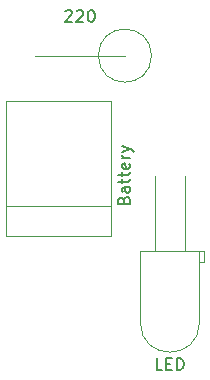
<source format=gbr>
G04 #@! TF.FileFunction,Other,Fab,Top*
%FSLAX46Y46*%
G04 Gerber Fmt 4.6, Leading zero omitted, Abs format (unit mm)*
G04 Created by KiCad (PCBNEW 4.0.7) date 07/26/19 18:51:32*
%MOMM*%
%LPD*%
G01*
G04 APERTURE LIST*
%ADD10C,0.100000*%
%ADD11C,0.150000*%
G04 APERTURE END LIST*
D10*
X144840000Y-118110000D02*
X153730000Y-118110000D01*
X144840000Y-115570000D02*
X144840000Y-109860000D01*
X144840000Y-109860000D02*
X144840000Y-109220000D01*
X144840000Y-109220000D02*
X153730000Y-109220000D01*
X153730000Y-109220000D02*
X153730000Y-115570000D01*
X153730000Y-115570000D02*
X153730000Y-120650000D01*
X153730000Y-120650000D02*
X144840000Y-120650000D01*
X144840000Y-120650000D02*
X144840000Y-115570000D01*
X161250000Y-128020000D02*
G75*
G02X156250000Y-128020000I-2500000J0D01*
G01*
X156250000Y-121920000D02*
X156250000Y-128020000D01*
X161250000Y-121920000D02*
X161250000Y-128020000D01*
X156250000Y-121920000D02*
X161250000Y-121920000D01*
X161650000Y-121920000D02*
X161650000Y-122920000D01*
X161650000Y-122920000D02*
X161250000Y-122920000D01*
X161250000Y-122920000D02*
X161250000Y-121920000D01*
X161250000Y-121920000D02*
X161650000Y-121920000D01*
X157480000Y-115570000D02*
X157480000Y-121920000D01*
X157480000Y-121920000D02*
X157480000Y-121920000D01*
X157480000Y-121920000D02*
X157480000Y-115570000D01*
X157480000Y-115570000D02*
X157480000Y-115570000D01*
X160020000Y-115570000D02*
X160020000Y-121920000D01*
X160020000Y-121920000D02*
X160020000Y-121920000D01*
X160020000Y-121920000D02*
X160020000Y-115570000D01*
X160020000Y-115570000D02*
X160020000Y-115570000D01*
X157190000Y-105410000D02*
G75*
G03X157190000Y-105410000I-2250000J0D01*
G01*
X154940000Y-105410000D02*
X147320000Y-105410000D01*
D11*
X154848571Y-117641429D02*
X154896190Y-117498572D01*
X154943810Y-117450953D01*
X155039048Y-117403334D01*
X155181905Y-117403334D01*
X155277143Y-117450953D01*
X155324762Y-117498572D01*
X155372381Y-117593810D01*
X155372381Y-117974763D01*
X154372381Y-117974763D01*
X154372381Y-117641429D01*
X154420000Y-117546191D01*
X154467619Y-117498572D01*
X154562857Y-117450953D01*
X154658095Y-117450953D01*
X154753333Y-117498572D01*
X154800952Y-117546191D01*
X154848571Y-117641429D01*
X154848571Y-117974763D01*
X155372381Y-116546191D02*
X154848571Y-116546191D01*
X154753333Y-116593810D01*
X154705714Y-116689048D01*
X154705714Y-116879525D01*
X154753333Y-116974763D01*
X155324762Y-116546191D02*
X155372381Y-116641429D01*
X155372381Y-116879525D01*
X155324762Y-116974763D01*
X155229524Y-117022382D01*
X155134286Y-117022382D01*
X155039048Y-116974763D01*
X154991429Y-116879525D01*
X154991429Y-116641429D01*
X154943810Y-116546191D01*
X154705714Y-116212858D02*
X154705714Y-115831906D01*
X154372381Y-116070001D02*
X155229524Y-116070001D01*
X155324762Y-116022382D01*
X155372381Y-115927144D01*
X155372381Y-115831906D01*
X154705714Y-115641429D02*
X154705714Y-115260477D01*
X154372381Y-115498572D02*
X155229524Y-115498572D01*
X155324762Y-115450953D01*
X155372381Y-115355715D01*
X155372381Y-115260477D01*
X155324762Y-114546190D02*
X155372381Y-114641428D01*
X155372381Y-114831905D01*
X155324762Y-114927143D01*
X155229524Y-114974762D01*
X154848571Y-114974762D01*
X154753333Y-114927143D01*
X154705714Y-114831905D01*
X154705714Y-114641428D01*
X154753333Y-114546190D01*
X154848571Y-114498571D01*
X154943810Y-114498571D01*
X155039048Y-114974762D01*
X155372381Y-114070000D02*
X154705714Y-114070000D01*
X154896190Y-114070000D02*
X154800952Y-114022381D01*
X154753333Y-113974762D01*
X154705714Y-113879524D01*
X154705714Y-113784285D01*
X154705714Y-113546190D02*
X155372381Y-113308095D01*
X154705714Y-113069999D02*
X155372381Y-113308095D01*
X155610476Y-113403333D01*
X155658095Y-113450952D01*
X155705714Y-113546190D01*
X158107143Y-132032381D02*
X157630952Y-132032381D01*
X157630952Y-131032381D01*
X158440476Y-131508571D02*
X158773810Y-131508571D01*
X158916667Y-132032381D02*
X158440476Y-132032381D01*
X158440476Y-131032381D01*
X158916667Y-131032381D01*
X159345238Y-132032381D02*
X159345238Y-131032381D01*
X159583333Y-131032381D01*
X159726191Y-131080000D01*
X159821429Y-131175238D01*
X159869048Y-131270476D01*
X159916667Y-131460952D01*
X159916667Y-131603810D01*
X159869048Y-131794286D01*
X159821429Y-131889524D01*
X159726191Y-131984762D01*
X159583333Y-132032381D01*
X159345238Y-132032381D01*
X149891905Y-101647619D02*
X149939524Y-101600000D01*
X150034762Y-101552381D01*
X150272858Y-101552381D01*
X150368096Y-101600000D01*
X150415715Y-101647619D01*
X150463334Y-101742857D01*
X150463334Y-101838095D01*
X150415715Y-101980952D01*
X149844286Y-102552381D01*
X150463334Y-102552381D01*
X150844286Y-101647619D02*
X150891905Y-101600000D01*
X150987143Y-101552381D01*
X151225239Y-101552381D01*
X151320477Y-101600000D01*
X151368096Y-101647619D01*
X151415715Y-101742857D01*
X151415715Y-101838095D01*
X151368096Y-101980952D01*
X150796667Y-102552381D01*
X151415715Y-102552381D01*
X152034762Y-101552381D02*
X152130001Y-101552381D01*
X152225239Y-101600000D01*
X152272858Y-101647619D01*
X152320477Y-101742857D01*
X152368096Y-101933333D01*
X152368096Y-102171429D01*
X152320477Y-102361905D01*
X152272858Y-102457143D01*
X152225239Y-102504762D01*
X152130001Y-102552381D01*
X152034762Y-102552381D01*
X151939524Y-102504762D01*
X151891905Y-102457143D01*
X151844286Y-102361905D01*
X151796667Y-102171429D01*
X151796667Y-101933333D01*
X151844286Y-101742857D01*
X151891905Y-101647619D01*
X151939524Y-101600000D01*
X152034762Y-101552381D01*
M02*

</source>
